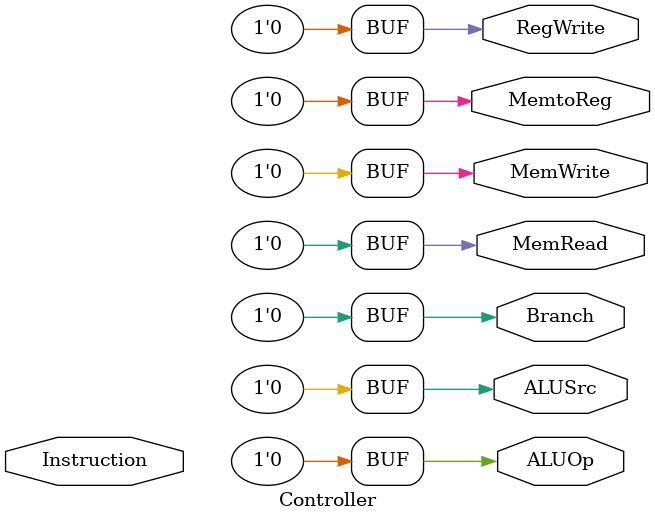
<source format=v>
`timescale 1ns / 1ps


module Controller(
    input [6:0] Instruction,
    output reg Branch,
    output reg MemRead,
    output reg MemtoReg,
    output reg ALUOp,
    output reg MemWrite,
    output reg ALUSrc,
    output reg RegWrite
    );

    always @(*) begin
        case (Instruction)
            default: begin
                Branch = 0;
                MemRead = 0;
                MemtoReg = 0;
                ALUOp = 0;
                MemWrite = 0;
                ALUSrc = 0;
                RegWrite = 0;
            end
            default: begin
                Branch = 0;
                MemRead = 0;
                MemtoReg = 0;
                ALUOp = 0;
                MemWrite = 0;
                ALUSrc = 0;
                RegWrite = 0;
            end
        endcase
    end

endmodule

</source>
